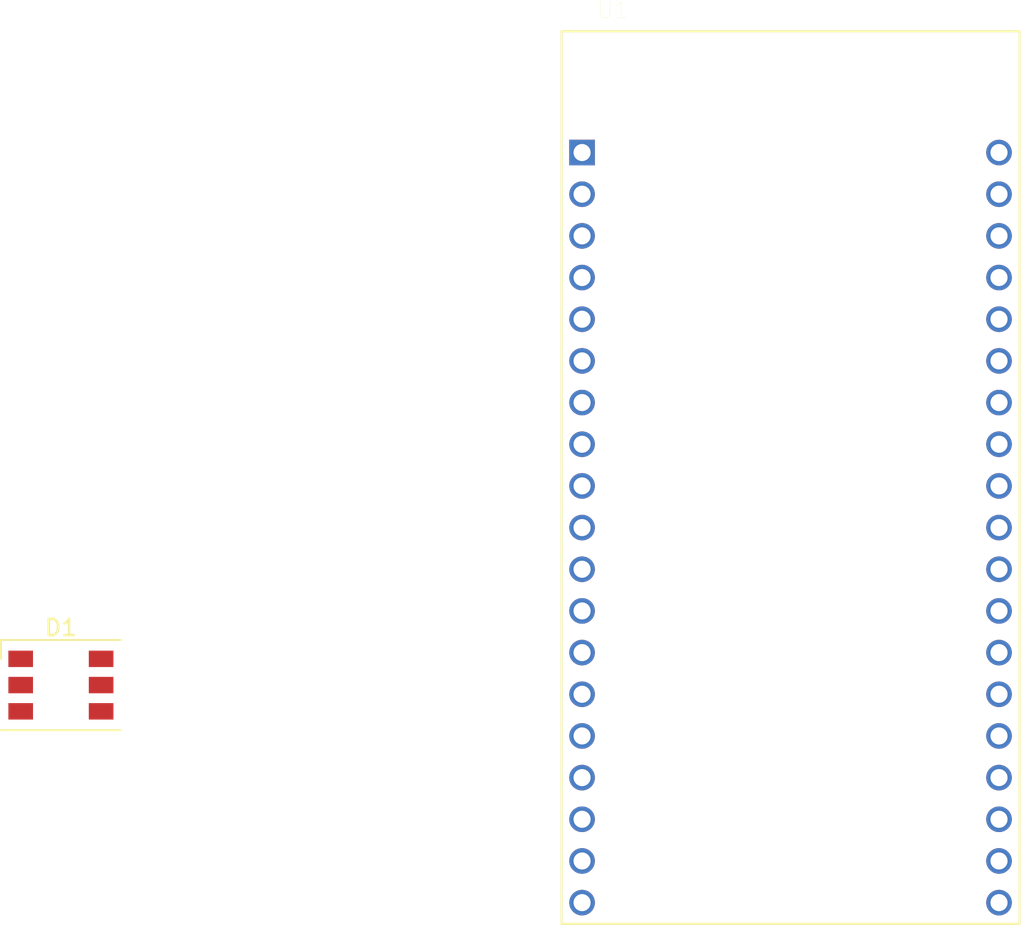
<source format=kicad_pcb>
(kicad_pcb (version 20200119) (host pcbnew "(5.99.0-1157-ga17a78e42)")

  (general
    (thickness 1.6)
    (drawings 0)
    (tracks 0)
    (modules 2)
    (nets 41)
  )

  (page "A4")
  (layers
    (0 "F.Cu" signal)
    (31 "B.Cu" signal)
    (32 "B.Adhes" user)
    (33 "F.Adhes" user)
    (34 "B.Paste" user)
    (35 "F.Paste" user)
    (36 "B.SilkS" user)
    (37 "F.SilkS" user)
    (38 "B.Mask" user)
    (39 "F.Mask" user)
    (40 "Dwgs.User" user)
    (41 "Cmts.User" user)
    (42 "Eco1.User" user)
    (43 "Eco2.User" user)
    (44 "Edge.Cuts" user)
    (45 "Margin" user)
    (46 "B.CrtYd" user)
    (47 "F.CrtYd" user)
    (48 "B.Fab" user)
    (49 "F.Fab" user)
  )

  (setup
    (last_trace_width 0.25)
    (trace_clearance 0.2)
    (zone_clearance 0.508)
    (zone_45_only no)
    (trace_min 0.2)
    (via_size 0.8)
    (via_drill 0.4)
    (via_min_size 0.4)
    (via_min_drill 0.3)
    (uvia_size 0.3)
    (uvia_drill 0.1)
    (uvias_allowed no)
    (uvia_min_size 0.2)
    (uvia_min_drill 0.1)
    (max_error 0.005)
    (defaults
      (edge_clearance 0.01)
      (edge_cuts_line_width 0.05)
      (courtyard_line_width 0.05)
      (copper_line_width 0.2)
      (copper_text_dims (size 1.5 1.5) (thickness 0.3))
      (silk_line_width 0.12)
      (silk_text_dims (size 1 1) (thickness 0.15))
      (other_layers_line_width 0.1)
      (other_layers_text_dims (size 1 1) (thickness 0.15))
      (dimension_units 0)
      (dimension_precision 1)
    )
    (pad_size 1.524 1.524)
    (pad_drill 0.762)
    (pad_to_mask_clearance 0.05)
    (aux_axis_origin 0 0)
    (visible_elements FFFFFF7F)
    (pcbplotparams
      (layerselection 0x010fc_ffffffff)
      (usegerberextensions false)
      (usegerberattributes false)
      (usegerberadvancedattributes false)
      (creategerberjobfile false)
      (excludeedgelayer true)
      (linewidth 0.100000)
      (plotframeref false)
      (viasonmask false)
      (mode 1)
      (useauxorigin false)
      (hpglpennumber 1)
      (hpglpenspeed 20)
      (hpglpendiameter 15.000000)
      (psnegative false)
      (psa4output false)
      (plotreference true)
      (plotvalue true)
      (plotinvisibletext false)
      (padsonsilk false)
      (subtractmaskfromsilk false)
      (outputformat 1)
      (mirror false)
      (drillshape 1)
      (scaleselection 1)
      (outputdirectory "")
    )
  )

  (net 0 "")
  (net 1 "Net-(U1-Pad38)")
  (net 2 "Net-(U1-Pad37)")
  (net 3 "Net-(U1-Pad36)")
  (net 4 "Net-(U1-Pad34)")
  (net 5 "Net-(U1-Pad33)")
  (net 6 "Net-(U1-Pad32)")
  (net 7 "Net-(U1-Pad31)")
  (net 8 "Net-(U1-Pad18)")
  (net 9 "Net-(U1-Pad17)")
  (net 10 "Net-(U1-Pad16)")
  (net 11 "GNDREF")
  (net 12 "Net-(IC1-Pad2)")
  (net 13 "Net-(IC1-Pad3)")
  (net 14 "Net-(IC1-Pad4)")
  (net 15 "Net-(IC1-Pad5)")
  (net 16 "Net-(IC1-Pad6)")
  (net 17 "Net-(IC1-Pad7)")
  (net 18 "Net-(IC1-Pad8)")
  (net 19 "Net-(IC1-Pad9)")
  (net 20 "Net-(U1-Pad5)")
  (net 21 "Net-(U1-Pad4)")
  (net 22 "Net-(U1-Pad3)")
  (net 23 "5v")
  (net 24 "Net-(U1-Pad2)")
  (net 25 "Net-(U1-Pad1)")
  (net 26 "Net-(D1-Pad1)")
  (net 27 "Net-(D1-Pad2)")
  (net 28 "Net-(C2-Pad1)")
  (net 29 "Net-(D1-Pad4)")
  (net 30 "GND")
  (net 31 "Net-(I2C-Pad1)")
  (net 32 "Net-(TX/RX-Pad1)")
  (net 33 "Net-(TX/RX-Pad2)")
  (net 34 "Net-(I2C-Pad2)")
  (net 35 "Net-(U1-Pad11)")
  (net 36 "Net-(U1-Pad10)")
  (net 37 "Net-(U1-Pad9)")
  (net 38 "Net-(U1-Pad8)")
  (net 39 "Net-(U1-Pad7)")
  (net 40 "Net-(U1-Pad6)")

  (net_class "Default" "This is the default net class."
    (clearance 0.2)
    (trace_width 0.25)
    (via_dia 0.8)
    (via_drill 0.4)
    (uvia_dia 0.3)
    (uvia_drill 0.1)
    (add_net "5v")
    (add_net "GND")
    (add_net "GNDREF")
    (add_net "Net-(C2-Pad1)")
    (add_net "Net-(D1-Pad1)")
    (add_net "Net-(D1-Pad2)")
    (add_net "Net-(D1-Pad4)")
    (add_net "Net-(I2C-Pad1)")
    (add_net "Net-(I2C-Pad2)")
    (add_net "Net-(IC1-Pad2)")
    (add_net "Net-(IC1-Pad3)")
    (add_net "Net-(IC1-Pad4)")
    (add_net "Net-(IC1-Pad5)")
    (add_net "Net-(IC1-Pad6)")
    (add_net "Net-(IC1-Pad7)")
    (add_net "Net-(IC1-Pad8)")
    (add_net "Net-(IC1-Pad9)")
    (add_net "Net-(TX/RX-Pad1)")
    (add_net "Net-(TX/RX-Pad2)")
    (add_net "Net-(U1-Pad1)")
    (add_net "Net-(U1-Pad10)")
    (add_net "Net-(U1-Pad11)")
    (add_net "Net-(U1-Pad16)")
    (add_net "Net-(U1-Pad17)")
    (add_net "Net-(U1-Pad18)")
    (add_net "Net-(U1-Pad2)")
    (add_net "Net-(U1-Pad3)")
    (add_net "Net-(U1-Pad31)")
    (add_net "Net-(U1-Pad32)")
    (add_net "Net-(U1-Pad33)")
    (add_net "Net-(U1-Pad34)")
    (add_net "Net-(U1-Pad36)")
    (add_net "Net-(U1-Pad37)")
    (add_net "Net-(U1-Pad38)")
    (add_net "Net-(U1-Pad4)")
    (add_net "Net-(U1-Pad5)")
    (add_net "Net-(U1-Pad6)")
    (add_net "Net-(U1-Pad7)")
    (add_net "Net-(U1-Pad8)")
    (add_net "Net-(U1-Pad9)")
  )

  (module "ESP32-DEVKITC-32D:MODULE_ESP32-DEVKITC-32D" (layer "F.Cu") (tedit 5E7FDE3E) (tstamp 68825be8-cecf-4dce-9a25-96004d47b36f)
    (at 237.49 77.47)
    (path "/00000000-0000-0000-0000-00005e9027ab")
    (fp_text reference "U1" (at -10.829175 -28.446045) (layer "F.SilkS")
      (effects (font (size 1.000386 1.000386) (thickness 0.015)))
    )
    (fp_text value "ESP32-DEVKITC-32D" (at 1.24136 28.294535) (layer "F.Fab")
      (effects (font (size 1.001047 1.001047) (thickness 0.015)))
    )
    (fp_line (start -13.95 -27.15) (end 13.95 -27.15) (layer "F.Fab") (width 0.127))
    (fp_line (start 13.95 -27.15) (end 13.95 27.25) (layer "F.Fab") (width 0.127))
    (fp_line (start 13.95 27.25) (end -13.95 27.25) (layer "F.Fab") (width 0.127))
    (fp_line (start -13.95 27.25) (end -13.95 -27.15) (layer "F.Fab") (width 0.127))
    (fp_line (start -13.95 27.25) (end -13.95 -27.15) (layer "F.SilkS") (width 0.127))
    (fp_line (start -13.95 -27.15) (end 13.95 -27.15) (layer "F.SilkS") (width 0.127))
    (fp_line (start 13.95 -27.15) (end 13.95 27.25) (layer "F.SilkS") (width 0.127))
    (fp_line (start 13.95 27.25) (end -13.95 27.25) (layer "F.SilkS") (width 0.127))
    (fp_line (start -14.2 -27.4) (end 14.2 -27.4) (layer "F.CrtYd") (width 0.05))
    (fp_line (start 14.2 -27.4) (end 14.2 27.5) (layer "F.CrtYd") (width 0.05))
    (fp_line (start 14.2 27.5) (end -14.2 27.5) (layer "F.CrtYd") (width 0.05))
    (fp_line (start -14.2 27.5) (end -14.2 -27.4) (layer "F.CrtYd") (width 0.05))
    (fp_circle (center -14.6 -19.9) (end -14.46 -19.9) (layer "F.Fab") (width 0.28))
    (fp_circle (center -14.6 -19.9) (end -14.46 -19.9) (layer "F.Fab") (width 0.28))
    (pad "38" thru_hole circle (at 12.7 25.96) (size 1.56 1.56) (drill 1.04) (layers *.Cu *.Mask)
      (net 1 "Net-(U1-Pad38)") (tstamp 6f75e531-9dbe-42af-97c7-440bff6319b6))
    (pad "37" thru_hole circle (at 12.7 23.42) (size 1.56 1.56) (drill 1.04) (layers *.Cu *.Mask)
      (net 2 "Net-(U1-Pad37)") (tstamp e742f447-4bd8-483c-a7e8-d2d2a4617527))
    (pad "36" thru_hole circle (at 12.7 20.88) (size 1.56 1.56) (drill 1.04) (layers *.Cu *.Mask)
      (net 3 "Net-(U1-Pad36)") (tstamp 014ccef8-6ae9-4850-a2ae-c2eed4a146cb))
    (pad "35" thru_hole circle (at 12.7 18.34) (size 1.56 1.56) (drill 1.04) (layers *.Cu *.Mask)
      (net 19 "Net-(IC1-Pad9)") (tstamp d9479083-3954-44ff-bd25-267c68b705ec))
    (pad "34" thru_hole circle (at 12.7 15.8) (size 1.56 1.56) (drill 1.04) (layers *.Cu *.Mask)
      (net 4 "Net-(U1-Pad34)") (tstamp 351ff301-0b56-49f8-85a8-0c7770606a5e))
    (pad "33" thru_hole circle (at 12.7 13.26) (size 1.56 1.56) (drill 1.04) (layers *.Cu *.Mask)
      (net 5 "Net-(U1-Pad33)") (tstamp 2d11f56e-2713-4920-af5e-735be82c6608))
    (pad "32" thru_hole circle (at 12.7 10.72) (size 1.56 1.56) (drill 1.04) (layers *.Cu *.Mask)
      (net 6 "Net-(U1-Pad32)") (tstamp 7ad3871d-a76e-4644-ae22-26887ee474cd))
    (pad "31" thru_hole circle (at 12.7 8.18) (size 1.56 1.56) (drill 1.04) (layers *.Cu *.Mask)
      (net 7 "Net-(U1-Pad31)") (tstamp 437e44e0-585d-4655-8ff7-d32dba9c4819))
    (pad "30" thru_hole circle (at 12.7 5.64) (size 1.56 1.56) (drill 1.04) (layers *.Cu *.Mask)
      (net 16 "Net-(IC1-Pad6)") (tstamp 72bb15b7-0d17-4c62-bb18-05d8dfb21fbd))
    (pad "29" thru_hole circle (at 12.7 3.1) (size 1.56 1.56) (drill 1.04) (layers *.Cu *.Mask)
      (net 15 "Net-(IC1-Pad5)") (tstamp 87362e91-5431-47b6-ac31-3793f3589650))
    (pad "28" thru_hole circle (at 12.7 0.56) (size 1.56 1.56) (drill 1.04) (layers *.Cu *.Mask)
      (net 14 "Net-(IC1-Pad4)") (tstamp 147851c4-34b2-4d85-ba93-a500a7487c18))
    (pad "27" thru_hole circle (at 12.7 -1.98) (size 1.56 1.56) (drill 1.04) (layers *.Cu *.Mask)
      (net 13 "Net-(IC1-Pad3)") (tstamp e6d13073-4b26-4c6a-a6cd-db2162a03ebe))
    (pad "26" thru_hole circle (at 12.7 -4.52) (size 1.56 1.56) (drill 1.04) (layers *.Cu *.Mask)
      (net 30 "GND") (tstamp 449c5842-ac10-4895-83a7-a3ae19135271))
    (pad "25" thru_hole circle (at 12.7 -7.06) (size 1.56 1.56) (drill 1.04) (layers *.Cu *.Mask)
      (net 31 "Net-(I2C-Pad1)") (tstamp 9ab82561-26d4-4a82-acb4-1d926fb659c2))
    (pad "24" thru_hole circle (at 12.7 -9.6) (size 1.56 1.56) (drill 1.04) (layers *.Cu *.Mask)
      (net 32 "Net-(TX/RX-Pad1)") (tstamp 293d25e7-f4d7-4d8c-a0c9-b6fe4e6dcf2b))
    (pad "23" thru_hole circle (at 12.7 -12.14) (size 1.56 1.56) (drill 1.04) (layers *.Cu *.Mask)
      (net 33 "Net-(TX/RX-Pad2)") (tstamp 23f3cc82-d7ce-47aa-b21c-97f4140a79cc))
    (pad "22" thru_hole circle (at 12.7 -14.68) (size 1.56 1.56) (drill 1.04) (layers *.Cu *.Mask)
      (net 34 "Net-(I2C-Pad2)") (tstamp 0c393b30-00f2-4b90-ab58-68a713c54c0e))
    (pad "21" thru_hole circle (at 12.7 -17.22) (size 1.56 1.56) (drill 1.04) (layers *.Cu *.Mask)
      (net 12 "Net-(IC1-Pad2)") (tstamp da8a842a-715d-41dd-bf66-aa085009d209))
    (pad "20" thru_hole circle (at 12.7 -19.76) (size 1.56 1.56) (drill 1.04) (layers *.Cu *.Mask)
      (net 30 "GND") (tstamp 53c1804c-3af0-4cf8-b372-e659b9b0f62b))
    (pad "18" thru_hole circle (at -12.7 23.42) (size 1.56 1.56) (drill 1.04) (layers *.Cu *.Mask)
      (net 8 "Net-(U1-Pad18)") (tstamp a696b4a1-105f-4dba-854b-30d14b364969))
    (pad "17" thru_hole circle (at -12.7 20.88) (size 1.56 1.56) (drill 1.04) (layers *.Cu *.Mask)
      (net 9 "Net-(U1-Pad17)") (tstamp 0e546e5e-59fc-412e-b206-319f296dc4e8))
    (pad "16" thru_hole circle (at -12.7 18.34) (size 1.56 1.56) (drill 1.04) (layers *.Cu *.Mask)
      (net 10 "Net-(U1-Pad16)") (tstamp fef7dcd1-5994-4f53-bbf5-ad2f51e75eb0))
    (pad "15" thru_hole circle (at -12.7 15.8) (size 1.56 1.56) (drill 1.04) (layers *.Cu *.Mask)
      (net 18 "Net-(IC1-Pad8)") (tstamp 68548742-6f8e-4fe2-a307-8e27dfe712cd))
    (pad "14" thru_hole circle (at -12.7 13.26) (size 1.56 1.56) (drill 1.04) (layers *.Cu *.Mask)
      (net 30 "GND") (tstamp 78b8f0ba-3172-4b3e-bf78-89c207496dcb))
    (pad "13" thru_hole circle (at -12.7 10.72) (size 1.56 1.56) (drill 1.04) (layers *.Cu *.Mask)
      (net 17 "Net-(IC1-Pad7)") (tstamp 247e1829-0ce9-4c71-af39-96f6f5926d11))
    (pad "12" thru_hole circle (at -12.7 8.18) (size 1.56 1.56) (drill 1.04) (layers *.Cu *.Mask)
      (net 27 "Net-(D1-Pad2)") (tstamp c9353411-6f9a-4372-8f6b-1d28742613d6))
    (pad "11" thru_hole circle (at -12.7 5.64) (size 1.56 1.56) (drill 1.04) (layers *.Cu *.Mask)
      (net 35 "Net-(U1-Pad11)") (tstamp 1a355c0b-6b22-4337-89c3-9921800fe550))
    (pad "10" thru_hole circle (at -12.7 3.1) (size 1.56 1.56) (drill 1.04) (layers *.Cu *.Mask)
      (net 36 "Net-(U1-Pad10)") (tstamp 0994093c-fdd6-48cb-8273-fbace1ed15f5))
    (pad "9" thru_hole circle (at -12.7 0.56) (size 1.56 1.56) (drill 1.04) (layers *.Cu *.Mask)
      (net 37 "Net-(U1-Pad9)") (tstamp 0bd4623f-e267-4a85-997a-a33c9d2747c0))
    (pad "8" thru_hole circle (at -12.7 -1.98) (size 1.56 1.56) (drill 1.04) (layers *.Cu *.Mask)
      (net 38 "Net-(U1-Pad8)") (tstamp c45d4d7b-4b81-47d6-b2bf-ecb4b184e9f1))
    (pad "7" thru_hole circle (at -12.7 -4.52) (size 1.56 1.56) (drill 1.04) (layers *.Cu *.Mask)
      (net 39 "Net-(U1-Pad7)") (tstamp cdc14764-16d9-4a53-8022-cc9118945712))
    (pad "6" thru_hole circle (at -12.7 -7.06) (size 1.56 1.56) (drill 1.04) (layers *.Cu *.Mask)
      (net 40 "Net-(U1-Pad6)") (tstamp 84d6ae7f-4e50-44cb-93ed-6248a6c29375))
    (pad "5" thru_hole circle (at -12.7 -9.6) (size 1.56 1.56) (drill 1.04) (layers *.Cu *.Mask)
      (net 20 "Net-(U1-Pad5)") (tstamp e6f9f9e5-5611-41aa-9e74-36dc084cc7cf))
    (pad "4" thru_hole circle (at -12.7 -12.14) (size 1.56 1.56) (drill 1.04) (layers *.Cu *.Mask)
      (net 21 "Net-(U1-Pad4)") (tstamp c9c37c8f-143b-414f-aa87-d0f3ed1ef488))
    (pad "3" thru_hole circle (at -12.7 -14.68) (size 1.56 1.56) (drill 1.04) (layers *.Cu *.Mask)
      (net 22 "Net-(U1-Pad3)") (tstamp 806ba7cc-0fc9-47e8-893f-4abc7bfb8831))
    (pad "19" thru_hole circle (at -12.7 25.96) (size 1.56 1.56) (drill 1.04) (layers *.Cu *.Mask)
      (net 23 "5v") (tstamp 2115bd0b-8c26-42aa-9372-f64676b15651))
    (pad "2" thru_hole circle (at -12.7 -17.22) (size 1.56 1.56) (drill 1.04) (layers *.Cu *.Mask)
      (net 24 "Net-(U1-Pad2)") (tstamp aed02a55-7ba5-49fc-afb0-859e3a0c736d))
    (pad "1" thru_hole rect (at -12.7 -19.76) (size 1.56 1.56) (drill 1.04) (layers *.Cu *.Mask)
      (net 25 "Net-(U1-Pad1)") (tstamp 896b6538-e06a-4ddc-9e87-9520aa3d1fe3))
  )

  (module "LED_SMD:LED_WS2812_PLCC6_5.0x5.0mm_P1.6mm" (layer "F.Cu") (tedit 5AA4B296) (tstamp a4ddea7e-0c10-439d-94af-ff29e28f961c)
    (at 193.04 90.17)
    (descr "https://cdn-shop.adafruit.com/datasheets/WS2812.pdf")
    (tags "LED RGB NeoPixel")
    (path "/00000000-0000-0000-0000-00005e8b97fb")
    (attr smd)
    (fp_text reference "D1" (at 0 -3.5) (layer "F.SilkS")
      (effects (font (size 1 1) (thickness 0.15)))
    )
    (fp_text value "WS2812" (at 0 4) (layer "F.Fab")
      (effects (font (size 1 1) (thickness 0.15)))
    )
    (fp_text user "%R" (at 0 0) (layer "F.Fab")
      (effects (font (size 0.8 0.8) (thickness 0.15)))
    )
    (fp_line (start 3.45 -2.75) (end -3.45 -2.75) (layer "F.CrtYd") (width 0.05))
    (fp_line (start 3.45 2.75) (end 3.45 -2.75) (layer "F.CrtYd") (width 0.05))
    (fp_line (start -3.45 2.75) (end 3.45 2.75) (layer "F.CrtYd") (width 0.05))
    (fp_line (start -3.45 -2.75) (end -3.45 2.75) (layer "F.CrtYd") (width 0.05))
    (fp_line (start -2.5 -1.5) (end -1.5 -2.5) (layer "F.Fab") (width 0.1))
    (fp_line (start -2.5 -2.5) (end 2.5 -2.5) (layer "F.Fab") (width 0.1))
    (fp_line (start 2.5 -2.5) (end 2.5 2.5) (layer "F.Fab") (width 0.1))
    (fp_line (start 2.5 2.5) (end -2.5 2.5) (layer "F.Fab") (width 0.1))
    (fp_line (start -2.5 2.5) (end -2.5 -2.5) (layer "F.Fab") (width 0.1))
    (fp_line (start -3.65 2.75) (end 3.65 2.75) (layer "F.SilkS") (width 0.12))
    (fp_line (start -3.65 -1.6) (end -3.65 -2.75) (layer "F.SilkS") (width 0.12))
    (fp_line (start -3.65 -2.75) (end 3.65 -2.75) (layer "F.SilkS") (width 0.12))
    (fp_circle (center 0 0) (end 0 -2) (layer "F.Fab") (width 0.1))
    (pad "1" smd rect (at -2.45 -1.6) (size 1.5 1) (layers "F.Cu" "F.Paste" "F.Mask")
      (net 26 "Net-(D1-Pad1)") (tstamp f4e69a25-7e33-4eeb-b33e-12698ac49f2f))
    (pad "2" smd rect (at -2.45 0) (size 1.5 1) (layers "F.Cu" "F.Paste" "F.Mask")
      (net 27 "Net-(D1-Pad2)") (tstamp 1f30eece-fa40-4638-af67-36e47774af31))
    (pad "3" smd rect (at -2.45 1.6) (size 1.5 1) (layers "F.Cu" "F.Paste" "F.Mask")
      (net 28 "Net-(C2-Pad1)") (tstamp 868d1710-2482-4512-a14d-a1d8f5b395d1))
    (pad "6" smd rect (at 2.45 -1.6) (size 1.5 1) (layers "F.Cu" "F.Paste" "F.Mask")
      (net 11 "GNDREF") (tstamp 1c69a531-39ab-4fbf-a487-7fc9340fe210))
    (pad "5" smd rect (at 2.45 0) (size 1.5 1) (layers "F.Cu" "F.Paste" "F.Mask")
      (net 23 "5v") (tstamp b071f919-f370-4bbb-bfe5-245b9b94a99d))
    (pad "4" smd rect (at 2.45 1.6) (size 1.5 1) (layers "F.Cu" "F.Paste" "F.Mask")
      (net 29 "Net-(D1-Pad4)") (tstamp f9d310d2-8cc3-45ec-803d-2ad50d5d76e4))
    (model "${KISYS3DMOD}/LED_SMD.3dshapes/LED_WS2812_PLCC6_5.0x5.0mm_P1.6mm.wrl"
      (at (xyz 0 0 0))
      (scale (xyz 1 1 1))
      (rotate (xyz 0 0 0))
    )
  )

)

</source>
